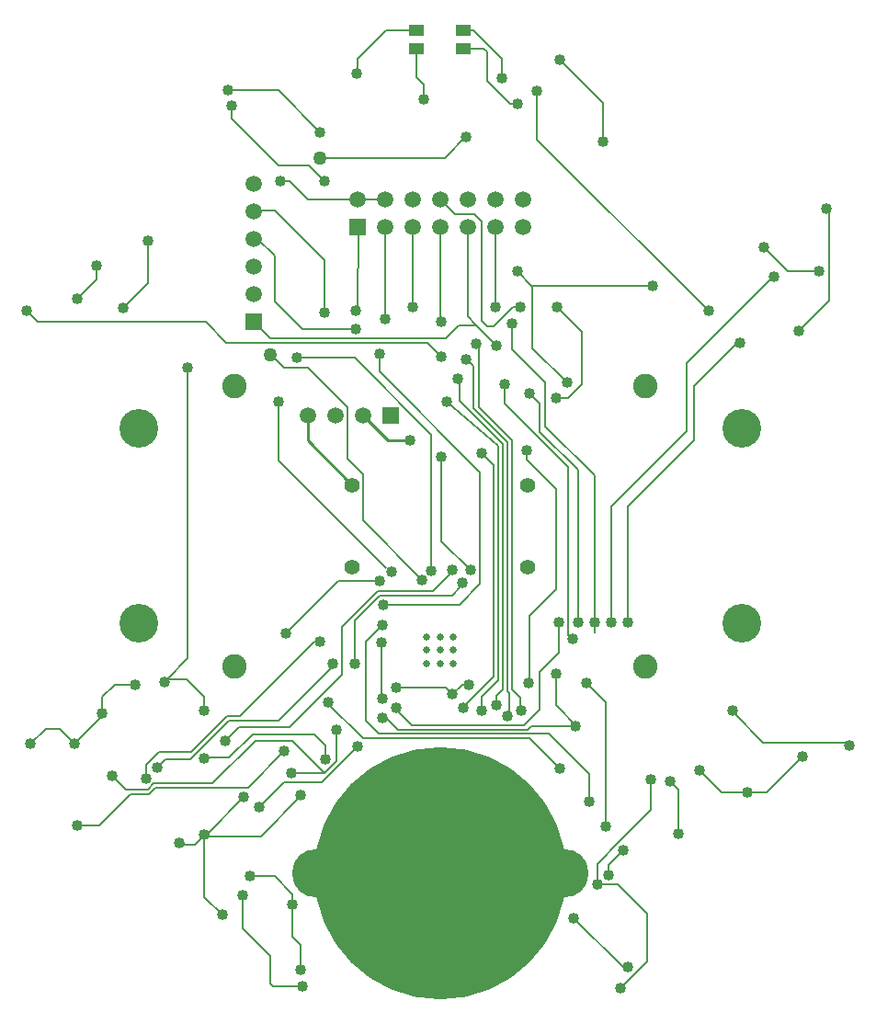
<source format=gbl>
%FSTAX23Y23*%
%MOIN*%
%SFA1B1*%

%IPPOS*%
%ADD10C,0.010000*%
%ADD32C,0.008000*%
%ADD33C,0.055100*%
%ADD34R,0.059100X0.059100*%
%ADD35C,0.059100*%
%ADD36R,0.059100X0.059100*%
%ADD37C,0.040000*%
%ADD38C,0.140000*%
%ADD39C,0.050000*%
%ADD40C,0.089000*%
%ADD41C,0.026000*%
%ADD42C,0.915000*%
%ADD43C,0.175000*%
%ADD44R,0.052000X0.044000*%
%LNronemotorboard-v8-msp-1*%
%LPD*%
G54D10*
X03135Y02875D02*
X0314D01*
X0372Y044D02*
X0381Y0431D01*
X0389*
X03677Y03855D02*
X0368Y03852D01*
X0352Y0431D02*
X03675Y04155D01*
X0352Y0431D02*
Y044D01*
G54D32*
X0466Y0233D02*
X0475Y0242D01*
X03625Y03147D02*
Y03255D01*
X03582Y03105D02*
X03625Y03147D01*
X0346Y03105D02*
X03582D01*
X03705Y03205D02*
X0371Y032D01*
X0357Y0307D02*
X03705Y03205D01*
X03435Y0307D02*
X0357D01*
X037Y032D02*
X0371D01*
X03789Y03365D02*
Y03579D01*
X03345Y0298D02*
X03435Y0307D01*
X0331Y0273D02*
X034D01*
X03465Y02665*
Y02629D02*
Y02665D01*
X0443Y04465D02*
X04465D01*
X04515Y04515*
Y04705*
X04425Y04795D02*
X04515Y04705D01*
X04265Y04795D02*
X0429D01*
X04195Y04725D02*
X04265Y04795D01*
X0417Y04725D02*
X04195D01*
X0415Y04745D02*
X0417Y04725D01*
X0415Y04745D02*
Y05105D01*
X04125Y0513D02*
X0415Y05105D01*
X04055Y0513D02*
X04125D01*
X04Y05185D02*
X04055Y0513D01*
X05175Y0501D02*
X0526Y04925D01*
X05375*
X0541Y04817D02*
Y0515D01*
X054D02*
X0541D01*
X05301Y04709D02*
X0541Y04817D01*
X05115Y03035D02*
X05185D01*
X05315Y03165*
X05475Y03215D02*
X05485Y03205D01*
X05172Y03215D02*
X05475D01*
X04664Y024D02*
X0468D01*
X04486Y02578D02*
X04664Y024D01*
X03395Y0233D02*
X035D01*
X03385Y0234D02*
X03395Y0233D01*
X03385Y0234D02*
Y0244D01*
X03285Y0254D02*
X03385Y0244D01*
X03285Y0254D02*
Y0266D01*
X03495Y0239D02*
Y0248D01*
X03465Y0251D02*
X03495Y0248D01*
X03465Y0251D02*
Y02629D01*
X02515Y0321D02*
X0257Y03265D01*
X0262*
X02675Y0321*
X02879Y03029D02*
X02946D01*
X02765Y02915D02*
X02879Y03029D01*
X02685Y02915D02*
X02765D01*
X03Y03445D02*
X0301D01*
X02755Y04895D02*
Y04945D01*
X02685Y04825D02*
X02755Y04895D01*
X025Y0478D02*
X0254Y0474D01*
X02633*
X0323Y0558D02*
X03413D01*
X03564Y05429*
X03245Y05479D02*
Y05525D01*
X0459Y05435D02*
Y05535D01*
Y05433D02*
Y05435D01*
Y05395D02*
Y05435D01*
X04435Y0569D02*
X0459Y05535D01*
X04253Y05532D02*
X04278D01*
X0417Y05615D02*
X04253Y05532D01*
X0417Y05615D02*
Y0572D01*
X04158Y05731D02*
X0417Y0572D01*
X04086Y05731D02*
X04158D01*
X0412Y05799D02*
X04225Y05695D01*
Y05623D02*
Y05695D01*
Y05623D02*
D01*
X04086Y05799D02*
X0412D01*
X037Y05645D02*
Y05695D01*
X03804Y05799*
X03913*
X0394Y05549D02*
Y056D01*
X03913Y05626D02*
X0394Y056D01*
X03913Y05626D02*
Y0573D01*
X03229Y0322D02*
Y03229D01*
X03779Y03246D02*
X04394D01*
X0373Y03295D02*
X03779Y03246D01*
X0373Y03295D02*
Y0358D01*
X03595Y03355D02*
X0372Y0323D01*
X04394Y03246D02*
X0454Y031D01*
X04303Y03278D02*
X0436Y03335D01*
X03897Y03278D02*
X04303D01*
X0384Y03335D02*
X03897Y03278D01*
X04317Y03262D02*
X0433Y03275D01*
X03848Y03262D02*
X04317D01*
X03805Y03305D02*
X03848Y03262D01*
X04325Y0323D02*
X04435Y0312D01*
X0372Y0323D02*
X04325D01*
X0433Y03275D02*
X04495D01*
X0436Y03335D02*
Y0347D01*
X03625Y03255D02*
X0363Y0326D01*
X03625D02*
X0363D01*
X0402Y03415D02*
X04045Y0339D01*
X0384Y03415D02*
X0402D01*
X04182Y03412D02*
X04211Y03441D01*
Y04289*
X0421Y0429D02*
X04211Y04289D01*
X0415Y04265D02*
X04195Y0422D01*
Y03455D02*
Y0422D01*
X04085Y03345D02*
X04195Y03455D01*
X04228Y03408D02*
Y04297D01*
X04244Y034D02*
Y04303D01*
X0426Y03406D02*
Y0431D01*
X0407Y04455D02*
X04228Y04297D01*
X0412Y04427D02*
X04244Y04303D01*
X0414Y0443D02*
X0426Y0431D01*
X04205Y03385D02*
X04228Y03408D01*
X04244Y034D02*
X0425Y03394D01*
Y03315D02*
Y03394D01*
X0426Y03406D02*
X0429Y03376D01*
X0407Y04455D02*
Y04535D01*
X04895Y0459D02*
X05212Y04907D01*
X04895Y04345D02*
Y0459D01*
X0462Y0407D02*
X04895Y04345D01*
X0462Y0365D02*
Y0407D01*
X04381Y04361D02*
X0456Y04183D01*
Y03666D02*
Y04183D01*
X0475Y0242D02*
Y02595D01*
X0457Y027D02*
Y02775D01*
Y02687D02*
Y027D01*
X04645*
X0475Y02595*
X0461Y0277D02*
X04665Y02825D01*
X0461Y02735D02*
Y0277D01*
X0453Y0343D02*
X046Y0336D01*
Y0291D02*
Y0336D01*
X04415Y03465D02*
X0442Y0347D01*
Y0335D02*
X04498Y03272D01*
X03588Y03157D02*
X0359Y03155D01*
X03585Y0316D02*
X03588Y03157D01*
X03145Y02875D02*
X0335D01*
X03055Y02845D02*
X0311D01*
X04835Y03075D02*
X04865Y03045D01*
Y02885D02*
Y03045D01*
X0281Y03095D02*
X0286Y03045D01*
X02946Y03029D02*
X02967Y0305D01*
X0294Y03045D02*
X02961Y03066D01*
X0286Y03045D02*
X0294D01*
X03303Y0305D02*
X03436Y03183D01*
X02967Y0305D02*
X03303D01*
X02961Y03066D02*
X03176D01*
X0333Y0322*
X0332Y03245D02*
X03545D01*
X03235Y0316D02*
X0332Y03245D01*
X03145Y0316D02*
X03235D01*
X03465Y0322D02*
X0358Y03105D01*
X0333Y0322D02*
X03465D01*
X03545Y03245D02*
X03585Y03205D01*
Y0316D02*
Y03205D01*
X0327Y0327D02*
X03409D01*
X03229Y03229D02*
X0327Y0327D01*
X03145Y03159D02*
X03145Y0316D01*
X02775Y0331D02*
Y0332D01*
X0301Y03445D02*
X0308D01*
X0301D02*
X03085Y0352D01*
X02775Y0332D02*
Y0338D01*
X02675Y0321D02*
X02775Y0331D01*
Y0338D02*
X0282Y03425D01*
X03145Y03345D02*
Y0338D01*
X0308Y03445D02*
X03145Y0338D01*
X03415Y03295D02*
X0361Y0349D01*
X03235Y03295D02*
X03415D01*
X03097Y0318D02*
X03228Y03311D01*
X03276*
X03545Y0358*
X03095Y03155D02*
X03235Y03295D01*
X03545Y0358D02*
X03565D01*
X0369Y03657D02*
X03781Y03749D01*
X0369Y035D02*
Y03657D01*
X0378Y0363D02*
X0379D01*
X0373Y0358D02*
X0378Y0363D01*
X0379D02*
Y0364D01*
X0335Y02875D02*
X03495Y0302D01*
Y03025*
X0333Y04735D02*
X03384Y04681D01*
X0333Y04735D02*
X03335D01*
X03384Y04681D02*
X04021D01*
X04067Y04727*
X04132*
X04205Y04655*
X041Y0476D02*
X04132Y04727D01*
X041Y0476D02*
Y05085D01*
X03585Y03155D02*
X0359D01*
X0314Y02875D02*
X03145Y0288D01*
Y02875D02*
Y0288D01*
Y02655D02*
Y02875D01*
X0322Y0322D02*
X03229D01*
X0282Y03425D02*
X02895D01*
X03085Y0352D02*
Y04575D01*
X03145Y02655D02*
X0321Y0259D01*
X0315Y0288D02*
X03153D01*
X03289Y03016*
X0311Y02845D02*
X0314Y02875D01*
X0344Y0361D02*
X0363Y038D01*
X0378*
X04181Y03412D02*
X04182D01*
X0415Y0338D02*
X04181Y03412D01*
X0442Y0335D02*
Y03465D01*
X04567Y02685D02*
X0457Y02687D01*
Y02775D02*
X04651Y02857D01*
X04652*
X04765Y0297*
Y0308*
X0494Y03115D02*
X0502Y03035D01*
X05115*
X0432Y0343D02*
X04325Y03435D01*
Y03675*
X0442Y0377*
Y04135*
X04315Y0424D02*
X0442Y04135D01*
X04315Y0424D02*
Y04275D01*
X05079Y04664D02*
X05089D01*
X04922Y04507D02*
X05079Y04664D01*
X04922Y04312D02*
Y04507D01*
X0468Y0407D02*
X04922Y04312D01*
X0468Y0365D02*
Y0407D01*
X04361Y04341D02*
X045Y04203D01*
Y0366D02*
Y04203D01*
X04465Y03605D02*
Y04215D01*
X04235Y04445D02*
X04465Y04215D01*
X04767Y04872D02*
X0477Y0487D01*
X04332Y04872D02*
X04767D01*
X04332D02*
X04335Y0487D01*
X0428Y04925D02*
X04332Y04872D01*
X04335Y04645D02*
X0446Y0452D01*
X04335Y04645D02*
Y0487D01*
X037Y05185D02*
X038D01*
X0352D02*
X037D01*
X03455Y0525D02*
X0352Y05185D01*
X0342Y0525D02*
X03455D01*
X0378Y0456D02*
X04145Y04195D01*
X0378Y0456D02*
Y04625D01*
X04145Y0379D02*
Y04195D01*
X0407Y03715D02*
X04145Y0379D01*
X03969Y03838D02*
Y0433D01*
X0369Y0461D02*
X03969Y0433D01*
X04005Y03945D02*
X0411Y0384D01*
X03335Y05045D02*
X034Y0498D01*
Y04815D02*
Y0498D01*
Y04815D02*
X035Y04715D01*
X03695*
X0333Y05145D02*
X034D01*
X0358Y04965*
Y04775D02*
Y04965D01*
X04005Y03945D02*
Y0425D01*
X03665Y04244D02*
Y0443D01*
X0352Y04575D02*
X03665Y0443D01*
X03435Y04575D02*
X0352D01*
X03385Y04625D02*
X03435Y04575D01*
X03665Y04244D02*
X0372Y04189D01*
Y0402D02*
Y04189D01*
Y0402D02*
X03935Y03805D01*
X0348Y0461D02*
X0369D01*
X03415Y04236D02*
Y04459D01*
Y04236D02*
X03805Y03846D01*
X0285Y0479D02*
X0294Y0488D01*
Y05035*
X03955Y04665D02*
X04005Y04615D01*
X03225Y04665D02*
X03955D01*
X0315Y0474D02*
X03225Y04665D01*
X04361Y04341D02*
Y04443D01*
X04325Y0448D02*
X04361Y04443D01*
X02633Y0474D02*
X0315D01*
X0438Y0436D02*
Y0452D01*
X0426Y0464D02*
X0438Y0452D01*
X0426Y0464D02*
Y04735D01*
X04235Y04445D02*
Y04515D01*
X04Y0476D02*
X04005Y04755D01*
X038Y0475D02*
Y05085D01*
Y0474D02*
Y0475D01*
X04Y0476D02*
Y05085D01*
X039Y04795D02*
Y05085D01*
X042Y04795D02*
Y05085D01*
X04245Y0331D02*
X0425Y03315D01*
X0429Y03337D02*
Y03376D01*
X04125Y04665D02*
X0414Y0465D01*
Y0443D02*
Y0465D01*
X0412Y04427D02*
Y0458D01*
X04095Y04605D02*
X0412Y0458D01*
X04025Y0445D02*
X0421Y0429D01*
X037Y0478D02*
X03705Y05085D01*
X0408Y03425D02*
X04105D01*
X04045Y0339D02*
X0408Y03425D01*
X04205Y0335D02*
Y03385D01*
X0415Y03335D02*
Y0338D01*
X05063Y03323D02*
X05172Y03215D01*
X04352Y05401D02*
X04973Y0478D01*
X04351Y05401D02*
Y05579D01*
X03416Y05308D02*
X03523D01*
X03245Y05479D02*
X03416Y05308D01*
X03523D02*
X0358Y05251D01*
X03409Y0327D02*
X03455D01*
X03409D02*
X0341D01*
X02935Y03135D02*
X0298Y0318D01*
X02935Y03101D02*
Y03135D01*
X02975Y03125D02*
X03005Y03155D01*
X03566Y05335D02*
X04017D01*
X04099Y05417*
X03645Y03635D02*
X03775Y03765D01*
X0361Y0349D02*
Y035D01*
X03005Y03155D02*
X03095D01*
X0298Y0318D02*
X03097D01*
X0382Y0384D02*
X03825Y03835D01*
X0381Y0384D02*
X0382D01*
X0456Y03615D02*
Y0365D01*
X04465Y03605D02*
X0448Y0359D01*
X0443Y0354D02*
Y0365D01*
X0436Y0347D02*
X0443Y0354D01*
X0408Y03795D02*
X04095D01*
X0408Y0378D02*
X04095Y03795D01*
X03781Y03749D02*
X04044D01*
X04075Y0378*
X0408*
X0411Y0384D02*
Y03845D01*
X04105Y0385D02*
X0411Y03845D01*
X03775Y03765D02*
X03975D01*
X04045Y03835*
Y0384*
X03795Y03715D02*
X0407D01*
X0454Y03D02*
Y031D01*
X03455Y0327D02*
X03645Y0346D01*
Y03635*
G54D33*
X0368Y03852D03*
Y04147D03*
X04319D03*
Y03852D03*
G54D34*
X037Y05085D03*
X0382Y044D03*
G54D35*
X037Y05185D03*
X038Y05085D03*
Y05185D03*
X039Y05085D03*
Y05185D03*
X04Y05085D03*
Y05185D03*
X041Y05085D03*
Y05185D03*
X042Y05085D03*
Y05185D03*
X043Y05085D03*
Y05185D03*
X03325Y0484D03*
Y0494D03*
Y0504D03*
Y0514D03*
Y0524D03*
X0372Y044D03*
X0362D03*
X0352D03*
G54D36*
X03325Y0474D03*
G54D37*
X04655Y02325D03*
X037Y032D03*
X03345Y0298D03*
X0331Y0273D03*
X0442Y04465D03*
X04425Y04795D03*
X0429D03*
X05175Y0501D03*
X05375Y04925D03*
X0521Y04905D03*
X054Y0515D03*
X05315Y03165D03*
X05485Y03205D03*
X0468Y024D03*
X035Y0233D03*
X03495Y0239D03*
X02515Y0321D03*
X02685Y02915D03*
X02755Y04945D03*
X02685Y04825D03*
X025Y0478D03*
X0323Y0558D03*
X03245Y05525D03*
X0459Y05395D03*
X04435Y0569D03*
X0379Y03305D03*
X03625Y0326D03*
X0384Y0334D03*
X0379Y03375D03*
X03595Y0336D03*
X0449Y03275D03*
X02775Y0332D03*
X03565Y0358D03*
X0379Y0364D03*
X03495Y03025D03*
X0384Y03415D03*
X03585Y03155D03*
X03145Y03159D03*
X0322Y0322D03*
X03085Y04575D03*
X0321Y0259D03*
X046Y0291D03*
X0453Y0343D03*
X04435Y0312D03*
X0344Y0361D03*
X0378Y038D03*
X04205Y0335D03*
X0415Y0333D03*
X04245Y0331D03*
X04835Y03075D03*
X04865Y02885D03*
X0457Y027D03*
X04765Y0308D03*
X04665Y02825D03*
X0461Y02735D03*
X0494Y03115D03*
X05115Y03035D03*
X04205Y04655D03*
X0281Y03095D03*
X0346Y03105D03*
X0432Y0343D03*
X04315Y04275D03*
X0477Y0487D03*
X0446Y0452D03*
X0428Y04925D03*
X0342Y0525D03*
X0389Y0431D03*
X0415Y04265D03*
X0411Y0384D03*
X03695Y04715D03*
X0378Y04625D03*
X0358Y04775D03*
X04005Y0425D03*
X0348Y0461D03*
X0285Y0479D03*
X0294Y05035D03*
X04325Y0448D03*
X04005Y04615D03*
X04235Y04515D03*
X04005Y0474D03*
X039Y04795D03*
X0426Y04735D03*
X042Y04795D03*
X0413Y0466D03*
X04095Y04605D03*
X04065Y04535D03*
X038Y0475D03*
X04025Y0445D03*
X03695Y0478D03*
X04105Y03425D03*
X04295Y0333D03*
X04085Y0334D03*
X04351Y05579D03*
X04973Y0478D03*
X05089Y04664D03*
X0358Y05251D03*
X03436Y03183D03*
X04096Y05411D03*
X03415Y0445D03*
X0428Y05532D03*
X04225Y05623D03*
X03698Y05642D03*
X0394Y05549D03*
X02975Y03125D03*
X02935Y03085D03*
X03289Y03016D03*
X03146Y03331D03*
X03Y03434D03*
X02895Y03425D03*
X03055Y0285D03*
X03145Y0288D03*
X03285Y0266D03*
X03564Y05429D03*
X05301Y04709D03*
X04486Y02578D03*
X03465Y02629D03*
X0454Y03D03*
X03935Y03805D03*
X0369Y035D03*
X03825Y03835D03*
X0468Y0365D03*
X0462D03*
X0456D03*
X0506Y0333D03*
X045Y0365D03*
X0443D03*
X0448Y0359D03*
X03969Y03838D03*
X04045Y0384D03*
X0408Y03795D03*
X04045Y0339D03*
X0442Y03465D03*
X03795Y03715D03*
X03789Y03579D03*
X02675Y0321D03*
X0361Y035D03*
G54D38*
X02907Y04354D03*
Y03646D03*
X05093D03*
Y04354D03*
G54D39*
X03385Y0462D03*
X03566Y05335D03*
G54D40*
X05093Y03646D03*
X04745Y03492D03*
X03255D03*
X02907Y03646D03*
X05093Y04354D03*
X02907D03*
X04745Y04508D03*
X03255D03*
G54D41*
X04047Y03502D03*
X04D03*
X03952D03*
X04047Y0355D03*
X04D03*
X03952D03*
X04047Y03597D03*
X04D03*
X03952D03*
G54D42*
X04Y0274D03*
G54D43*
X0355Y0274D03*
X0445D03*
G54D44*
X04086Y05799D03*
Y05731D03*
X03913Y0573D03*
Y05799D03*
M02*
</source>
